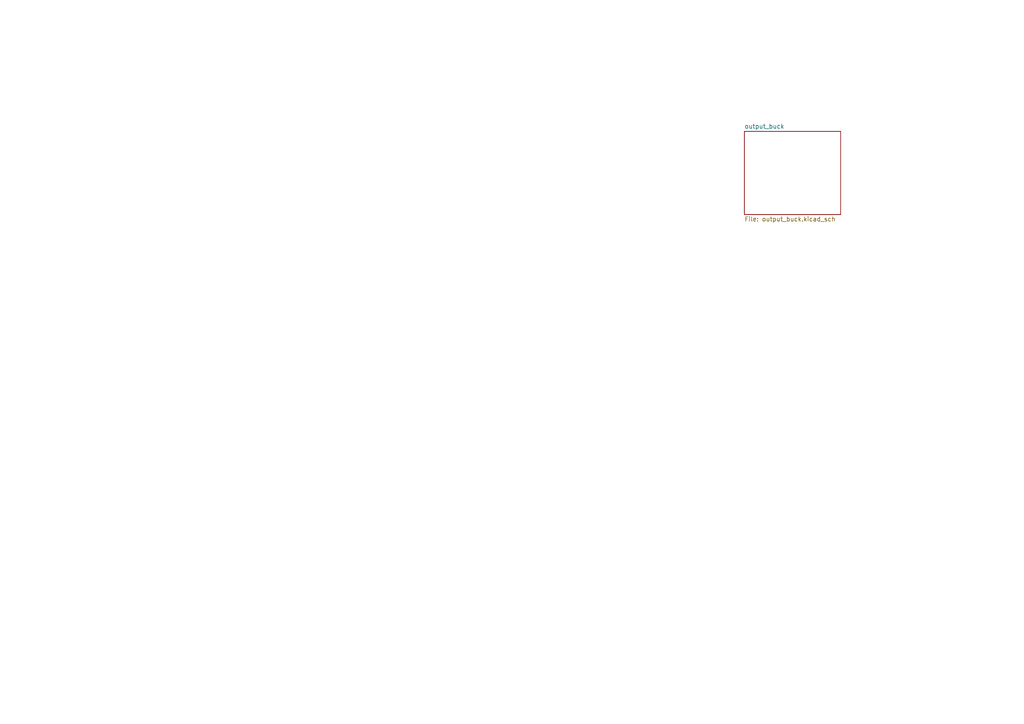
<source format=kicad_sch>
(kicad_sch (version 20211123) (generator eeschema)
  (paper "A4")
  (lib_symbols)
  (sheet (at 215.9 38.1) (size 27.94 24.13) (stroke (width 0.1524))
    (property "Sheet name" "output_buck" (at 215.9 37.3884 0) (effects (justify left bottom)))
    (property "Sheet file" "output_buck.kicad_sch" (at 215.9 62.8146 0) (effects (justify left top)))
  )
)
</source>
